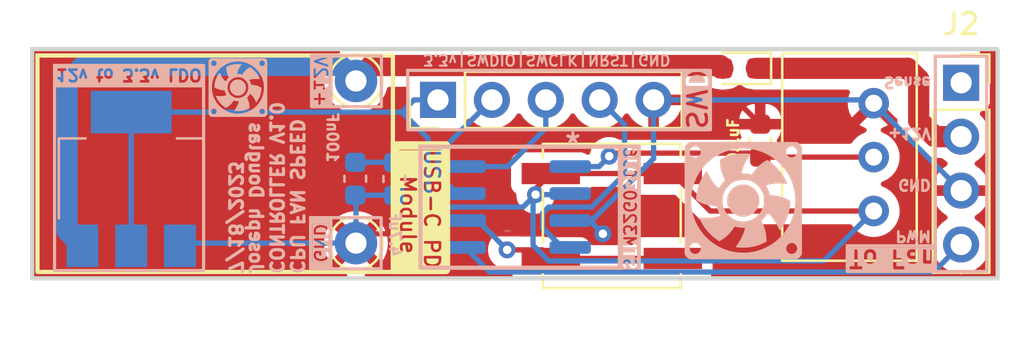
<source format=kicad_pcb>
(kicad_pcb (version 20221018) (generator pcbnew)
  (layers (0 "F.Cu" signal) (31 "B.Cu" signal) (34 "B.Paste" user) (35 "F.Paste" user) (36 "B.SilkS" user "B.Silkscreen") (37 "F.SilkS" user "F.Silkscreen") (38 "B.Mask" user) (39 "F.Mask" user) (44 "Edge.Cuts" user))
  (net 0 "")
  (net 1 "+3.3V")
  (net 2 "SWDIO")
  (net 3 "SWCLK")
  (net 4 "NRST")
  (net 5 "GND")
  (net 6 "Net-(U1-PC14{slash}PB7{slash}PB8{slash}PB9)")
  (net 7 "Net-(U1-PA12{slash}PA10)")
  (net 8 "PWM")
  (net 9 "Sense")
  (net 10 "+12V")
  (net 11 "Net-(D1-K)")
  (footprint "Connector_Pin:Pin_D1.0mm_L10.0mm" (layer "F.Cu") (at 175.26 93.141324)
    (fp_text reference "J3" hide)
    (fp_text value "Conn_01x01_Socket")
    (pad "1" thru_hole circle (at 0 0) (size 2 2) (drill 1) (layers "*.Cu" "*.Mask") (net 5 "GND"))
  )
  (footprint "Potentiometer_THT:Potentiometer_Bourns_3299W_Vertical" (layer "F.Cu") (at 199.658541 91.627795 -90)
    (fp_text reference "RV1" hide)
    (fp_text value "R_Potentiometer")
    (pad "1" thru_hole circle (at 0 0 270) (size 1.44 1.44) (drill 0.8) (layers "*.Cu" "*.Mask") (net 1 "+3.3V"))
    (pad "2" thru_hole circle (at -2.54 0 270) (size 1.44 1.44) (drill 0.8) (layers "*.Cu" "*.Mask") (net 6 "Net-(U1-PC14{slash}PB7{slash}PB8{slash}PB9)"))
    (pad "3" thru_hole circle (at -5.08 0 270) (size 1.44 1.44) (drill 0.8) (layers "*.Cu" "*.Mask") (net 5 "GND"))
  )
  (footprint "Button_Switch_SMD:SW_SPST_B3SL-1002P" (layer "F.Cu") (at 187.316892 91.863134 180)
    (fp_text reference "SW1" hide)
    (fp_text value "SW_Push")
    (pad "1" smd rect (at -2.875 -2 180) (size 2.75 1) (layers "F.Cu" "F.Paste" "F.Mask") (net 7 "Net-(U1-PA12{slash}PA10)"))
    (pad "1" smd rect (at 2.875 -2 180) (size 2.75 1) (layers "F.Cu" "F.Paste" "F.Mask") (net 7 "Net-(U1-PA12{slash}PA10)"))
    (pad "2" smd rect (at -2.875 2 180) (size 2.75 1) (layers "F.Cu" "F.Paste" "F.Mask") (net 1 "+3.3V"))
    (pad "2" smd rect (at 2.875 2 180) (size 2.75 1) (layers "F.Cu" "F.Paste" "F.Mask") (net 1 "+3.3V"))
  )
  (footprint "Connector_Pin:Pin_D1.0mm_L10.0mm" (layer "F.Cu") (at 175.26 85.498104)
    (fp_text reference "J4" hide)
    (fp_text value "Conn_01x01_Socket")
    (pad "1" thru_hole circle (at 0 0) (size 2 2) (drill 1) (layers "*.Cu" "*.Mask") (net 10 "+12V"))
  )
  (footprint "Diode_SMD:D_0603_1608Metric" (layer "F.Cu") (at 193.341413 84.903608 180)
    (fp_text reference "D1" hide)
    (fp_text value "D_Schottky")
    (pad "1" smd roundrect (at -0.7875 0 180) (size 0.875 0.95) (layers "F.Cu" "F.Paste" "F.Mask") (net 11 "Net-(D1-K)"))
    (pad "2" smd roundrect (at 0.7875 0 180) (size 0.875 0.95) (layers "F.Cu" "F.Paste" "F.Mask") (net 10 "+12V"))
  )
  (footprint "Connector_PinHeader_2.54mm:PinHeader_1x05_P2.54mm_Vertical" (layer "F.Cu") (at 179.126176 86.390987 90)
    (fp_text reference "J1" hide)
    (fp_text value "Conn_01x05_Pin" hide)
    (pad "1" thru_hole rect (at 0 0 90) (size 1.7 1.7) (drill 1) (layers "*.Cu" "*.Mask") (net 1 "+3.3V"))
    (pad "2" thru_hole oval (at 0 2.54 90) (size 1.7 1.7) (drill 1) (layers "*.Cu" "*.Mask") (net 2 "SWDIO"))
    (pad "3" thru_hole oval (at 0 5.08 90) (size 1.7 1.7) (drill 1) (layers "*.Cu" "*.Mask") (net 3 "SWCLK"))
    (pad "4" thru_hole oval (at 0 7.62 90) (size 1.7 1.7) (drill 1) (layers "*.Cu" "*.Mask") (net 4 "NRST"))
    (pad "5" thru_hole oval (at 0 10.16 90) (size 1.7 1.7) (drill 1) (layers "*.Cu" "*.Mask") (net 5 "GND"))
  )
  (footprint "Capacitor_SMD:C_0603_1608Metric" (layer "F.Cu") (at 194.310468 88.31157 90)
    (fp_text reference "C1" hide)
    (fp_text value "0.1uF" (at 0 -1.270468 90) (layer "F.SilkS") (effects (font (size 0.5 0.5) (thickness 0.125))))
    (pad "1" smd roundrect (at -0.775 0 90) (size 0.9 0.95) (layers "F.Cu" "F.Paste" "F.Mask") (net 6 "Net-(U1-PC14{slash}PB7{slash}PB8{slash}PB9)"))
    (pad "2" smd roundrect (at 0.775 0 90) (size 0.9 0.95) (layers "F.Cu" "F.Paste" "F.Mask") (net 5 "GND"))
  )
  (footprint "Connector_PinSocket_2.54mm:PinSocket_1x04_P2.54mm_Vertical" (layer "F.Cu") (at 203.779816 85.585324)
    (fp_text reference "J2" (at 0 -2.77) (layer "F.SilkS"))
    (fp_text value "Conn_01x04_Socket" hide)
    (pad "1" thru_hole rect (at 0 0) (size 1.7 1.7) (drill 1) (layers "*.Cu" "*.Mask") (net 9 "Sense"))
    (pad "2" thru_hole oval (at 0 2.54) (size 1.7 1.7) (drill 1) (layers "*.Cu" "*.Mask") (net 11 "Net-(D1-K)"))
    (pad "3" thru_hole oval (at 0 5.08) (size 1.7 1.7) (drill 1) (layers "*.Cu" "*.Mask") (net 5 "GND"))
    (pad "4" thru_hole oval (at 0 7.62) (size 1.7 1.7) (drill 1) (layers "*.Cu" "*.Mask") (net 8 "PWM"))
  )
  (footprint "LOGO" (layer "B.Cu") (at 169.696512 85.809824 180)
    (fp_text reference "G***" hide)
    (fp_text value "LOGO" hide)
  )
  (footprint "Capacitor_SMD:C_0603_1608Metric" (layer "B.Cu") (at 175.227266 90.109257 -90)
    (fp_text reference "C2" hide)
    (fp_text value "100nF" (at -1.942825 1.078732 -90 unlocked) (layer "B.SilkS") (effects (font (size 0.5 0.5) (thickness 0.125) bold) (justify mirror)))
    (pad "1" smd roundrect (at -0.775 0 270) (size 0.9 0.95) (layers "B.Cu" "B.Paste" "B.Mask") (net 1 "+3.3V"))
    (pad "2" smd roundrect (at 0.775 0 270) (size 0.9 0.95) (layers "B.Cu" "B.Paste" "B.Mask") (net 5 "GND"))
  )
  (footprint "Capacitor_SMD:C_0603_1608Metric" (layer "B.Cu") (at 177.06583 90.119586 -90)
    (fp_text reference "C3" hide)
    (fp_text value "4.7uF" (at 2.603855 -0.033344 -90 unlocked) (layer "B.SilkS") (effects (font (size 0.5 0.5) (thickness 0.125)) (justify mirror)))
    (pad "1" smd roundrect (at -0.775 0 270) (size 0.9 0.95) (layers "B.Cu" "B.Paste" "B.Mask") (net 1 "+3.3V"))
    (pad "2" smd roundrect (at 0.775 0 270) (size 0.9 0.95) (layers "B.Cu" "B.Paste" "B.Mask") (net 5 "GND"))
  )
  (footprint "LOGO" (layer "B.Cu") (at 193.51244 91.136523 180)
    (fp_text reference "G***" hide)
    (fp_text value "LOGO" hide)
  )
  (footprint "Package_TO_SOT_SMD:SOT-223-3_TabPin2" (layer "B.Cu") (at 164.668111 90.117857 90)
    (fp_text reference "U2" hide)
    (fp_text value "LD1117S33TR_SOT223")
    (pad "1" smd rect (at -3.15 2.3 90) (size 2 1.5) (layers "B.Cu" "B.Paste" "B.Mask") (net 5 "GND"))
    (pad "2" smd rect (at -3.15 0 90) (size 2 1.5) (layers "B.Cu" "B.Paste" "B.Mask") (net 1 "+3.3V"))
    (pad "2" smd rect (at 3.15 0 90) (size 2 3.8) (layers "B.Cu" "B.Paste" "B.Mask") (net 1 "+3.3V"))
    (pad "3" smd rect (at -3.15 -2.3 90) (size 2 1.5) (layers "B.Cu" "B.Paste" "B.Mask") (net 10 "+12V"))
  )
  (footprint "Package_SO:SOIC-8_3.9x4.9mm_P1.27mm" (layer "B.Cu") (at 182.88 91.44 180)
    (fp_text reference "U1" hide)
    (fp_text value "STM32G030J6Mx")
    (fp_text user "*" (at -3.08246 2.364571 unlocked) (layer "B.SilkS") (effects (justify left bottom mirror)))
    (pad "1" smd roundrect (at -2.475 1.905 180) (size 1.95 0.6) (layers "B.Cu" "B.Paste" "B.Mask") (net 6 "Net-(U1-PC14{slash}PB7{slash}PB8{slash}PB9)"))
    (pad "2" smd roundrect (at -2.475 0.635 180) (size 1.95 0.6) (layers "B.Cu" "B.Paste" "B.Mask") (net 1 "+3.3V"))
    (pad "3" smd roundrect (at -2.475 -0.635 180) (size 1.95 0.6) (layers "B.Cu" "B.Paste" "B.Mask") (net 5 "GND"))
    (pad "4" smd roundrect (at -2.475 -1.905 180) (size 1.95 0.6) (layers "B.Cu" "B.Paste" "B.Mask") (net 4 "NRST"))
    (pad "5" smd roundrect (at 2.475 -1.905 180) (size 1.95 0.6) (layers "B.Cu" "B.Paste" "B.Mask") (net 8 "PWM"))
    (pad "6" smd roundrect (at 2.475 -0.635 180) (size 1.95 0.6) (layers "B.Cu" "B.Paste" "B.Mask") (net 7 "Net-(U1-PA12{slash}PA10)"))
    (pad "7" smd roundrect (at 2.475 0.635 180) (size 1.95 0.6) (layers "B.Cu" "B.Paste" "B.Mask") (net 2 "SWDIO"))
    (pad "8" smd roundrect (at 2.475 1.905 180) (size 1.95 0.6) (layers "B.Cu" "B.Paste" "B.Mask") (net 3 "SWCLK"))
  )
  (gr_rect (start 190.7 85) (end 191.965106 87.800379) (stroke (width 0.15)) (fill none) (layer "B.SilkS"))
  (gr_rect (start 174.083105 84.301433) (end 176.456948 86.712367) (stroke (width 0.15)) (fill none) (layer "B.SilkS"))
  (gr_rect (start 173.121822 91.939921) (end 174.073078 94.353174) (stroke (width 0.15)) (fill none) (layer "B.SilkS"))
  (gr_rect (start 177.7 85) (end 190.7 87.8) (stroke (width 0.15)) (fill none) (layer "B.SilkS"))
  (gr_rect (start 161.054265 84.766899) (end 168.078727 85.721208) (stroke (width 0.15)) (fill none) (layer "B.SilkS"))
  (gr_rect (start 173.165096 84.302187) (end 174.083105 86.712367) (stroke (width 0.15)) (fill none) (layer "B.SilkS"))
  (gr_rect (start 173.169216 94.131179) (end 173.987285 94.242453) (stroke (width 0.15)) (fill none) (layer "B.SilkS"))
  (gr_rect (start 202.565565 84.332381) (end 204.985772 94.477603) (stroke (width 0.15)) (fill none) (layer "B.SilkS"))
  (gr_line (start 187.7 88.575) (end 188.6 88.575) (stroke (width 0.15)) (layer "B.SilkS"))
  (gr_line (start 187.6 94.3) (end 187.8 94.3) (stroke (width 0.2)) (layer "B.SilkS"))
  (gr_line (start 188.61 88.575) (end 188.61 94.33) (stroke (width 0.15)) (layer "B.SilkS"))
  (gr_rect (start 178.3 88.6) (end 187.7 94.3) (stroke (width 0.2)) (fill none) (layer "B.SilkS"))
  (gr_rect (start 173.121822 92.045824) (end 173.939891 92.157098) (stroke (width 0.15)) (fill none) (layer "B.SilkS"))
  (gr_rect (start 174.073078 91.939921) (end 176.446921 94.350855) (stroke (width 0.15)) (fill none) (layer "B.SilkS"))
  (gr_rect (start 161.054265 85.721208) (end 168.078727 94.435098) (stroke (width 0.15)) (fill none) (layer "B.SilkS"))
  (gr_rect (start 198.413916 93.267023) (end 202.565565 94.477603) (stroke (width 0.15)) (fill none) (layer "B.SilkS"))
  (gr_rect (start 160.25 84.3) (end 177 94.5) (stroke (width 0.2)) (fill none) (layer "F.SilkS"))
  (gr_rect (start 177.1 88.54) (end 179.5 94.405) (stroke (width 0.4)) (fill none) (layer "F.SilkS"))
  (gr_rect (start 160 84) (end 205.5 94.8) (stroke (width 0.2)) (fill none) (layer "Edge.Cuts"))
  (gr_text "GND" (at 173.239278 94.120122 -90) (layer "B.SilkS" knockout) (effects (font (size 0.6 0.6) (thickness 0.1) bold) (justify left bottom mirror)))
  (gr_text "12v to 3.3v LDO" (at 161.062307 84.892865 180) (layer "B.SilkS" knockout) (effects (font (size 0.55 0.55) (thickness 0.125)) (justify left bottom mirror)))
  (gr_text "3.3v|SWDIO|SWCLK|NRST|GND" (at 178.368017 84.211023 180) (layer "B.SilkS") (effects (font (size 0.5 0.5) (thickness 0.1) bold) (justify left bottom mirror)))
  (gr_text "SWD" (at 191.81468 87.853201 -90) (layer "B.SilkS" knockout) (effects (font (size 0.9 0.9) (thickness 0.15) bold) (justify left top mirror)))
  (gr_text "To Fan" (at 198.420851 93.398903 180) (layer "B.SilkS" knockout) (effects (font (size 0.8 0.8)) (justify left bottom mirror)))
  (gr_text "STM32G030J6" (at 188.479278 94.445701 -90) (layer "B.SilkS" knockout) (effects (font (size 0.56 0.56) (thickness 0.1) bold) (justify left top mirror)))
  (gr_text "CPU FAN SPEED \nCONTROLLER V1.0\nJoseph Douglas \n7/18/2023" (at 169.229696 94.662647 -90) (layer "B.SilkS") (effects (font (size 0.6 0.6)) (justify left bottom mirror)))
  (gr_text "+12V" (at 173.23653 86.783115 -90) (layer "B.SilkS" knockout) (effects (font (size 0.6 0.6) (thickness 0.1) bold) (justify left bottom mirror)))
  (gr_text "PWM\n\n\nGND\n\n\n+12V\n\n\nSense" (at 202.426472 85.272818 180) (layer "B.SilkS") (effects (font (size 0.5 0.5) (thickness 0.125)) (justify right bottom mirror)))
  (gr_text "USB-C PD\n Module" (at 177.3 91.538178 270) (layer "F.SilkS" knockout) (effects (font (size 0.7 0.7) (thickness 0.125)) (justify bottom)))
  (segment (start 183.723162 90.581864) (end 184.441892 89.863134) (width 0.25) (layer "F.Cu") (net 1))
  (segment (start 190.191892 89.863134) (end 191.956553 91.627795) (width 0.25) (layer "F.Cu") (net 1))
  (segment (start 183.723162 90.854628) (end 183.723162 90.581864) (width 0.25) (layer "F.Cu") (net 1))
  (segment (start 184.441892 89.863134) (end 190.191892 89.863134) (width 0.25) (layer "F.Cu") (net 1))
  (segment (start 191.956553 91.627795) (end 199.658541 91.627795) (width 0.25) (layer "F.Cu") (net 1))
  (via (at 183.723162 90.854628) (size 0.8) (drill 0.4) (layers "F.Cu" "B.Cu") (net 1))
  (segment (start 178.655 88.200383) (end 177.422474 86.967857) (width 0.25) (layer "B.Cu") (net 1))
  (segment (start 183.13779 91.44) (end 183.723162 90.854628) (width 0.25) (layer "B.Cu") (net 1))
  (segment (start 177.422474 86.967857) (end 177.999344 86.390987) (width 0.25) (layer "B.Cu") (net 1))
  (segment (start 177.999344 86.390987) (end 179.126176 86.390987) (width 0.25) (layer "B.Cu") (net 1))
  (segment (start 177.06583 89.344586) (end 177.071086 89.33933) (width 0.25) (layer "B.Cu") (net 1))
  (segment (start 178.655 89.33933) (end 178.655 88.200383) (width 0.25) (layer "B.Cu") (net 1))
  (segment (start 183.605 90.97279) (end 183.723162 90.854628) (width 0.25) (layer "B.Cu") (net 1))
  (segment (start 175.227266 89.334257) (end 177.055501 89.334257) (width 0.25) (layer "B.Cu") (net 1))
  (segment (start 185.305372 90.854628) (end 185.355 90.805) (width 0.25) (layer "B.Cu") (net 1))
  (segment (start 183.605 93.241751) (end 183.605 90.97279) (width 0.25) (layer "B.Cu") (net 1))
  (segment (start 197.306336 93.98) (end 199.658541 91.627795) (width 0.25) (layer "B.Cu") (net 1))
  (segment (start 170.18 86.967857) (end 164.668111 86.967857) (width 0.25) (layer "B.Cu") (net 1))
  (segment (start 164.668111 86.967857) (end 164.668111 93.267857) (width 0.25) (layer "B.Cu") (net 1))
  (segment (start 184.343249 93.98) (end 197.306336 93.98) (width 0.25) (layer "B.Cu") (net 1))
  (segment (start 179.393249 91.44) (end 178.655 90.701751) (width 0.25) (layer "B.Cu") (net 1))
  (segment (start 177.071086 89.33933) (end 178.655 89.33933) (width 0.25) (layer "B.Cu") (net 1))
  (segment (start 178.655 90.701751) (end 178.655 89.33933) (width 0.25) (layer "B.Cu") (net 1))
  (segment (start 179.393249 91.44) (end 183.13779 91.44) (width 0.25) (layer "B.Cu") (net 1))
  (segment (start 183.723162 90.854628) (end 185.305372 90.854628) (width 0.25) (layer "B.Cu") (net 1))
  (segment (start 177.422474 86.967857) (end 170.18 86.967857) (width 0.25) (layer "B.Cu") (net 1))
  (segment (start 183.605 93.241751) (end 184.343249 93.98) (width 0.25) (layer "B.Cu") (net 1))
  (segment (start 180.405 90.805) (end 180.028249 90.805) (width 0.25) (layer "B.Cu") (net 2))
  (segment (start 180.028249 90.805) (end 179.105 89.881751) (width 0.25) (layer "B.Cu") (net 2))
  (segment (start 179.105 88.952163) (end 181.666176 86.390987) (width 0.25) (layer "B.Cu") (net 2))
  (segment (start 179.105 89.881751) (end 179.105 88.952163) (width 0.25) (layer "B.Cu") (net 2))
  (segment (start 184.206176 87.729207) (end 184.206176 86.390987) (width 0.25) (layer "B.Cu") (net 3))
  (segment (start 180.405 89.535) (end 182.400383 89.535) (width 0.25) (layer "B.Cu") (net 3))
  (segment (start 182.400383 89.535) (end 184.206176 87.729207) (width 0.25) (layer "B.Cu") (net 3))
  (segment (start 187.918779 88.744301) (end 187.91681 88.742332) (width 0.25) (layer "B.Cu") (net 4))
  (segment (start 185.355 93.345) (end 184.978249 93.345) (width 0.25) (layer "B.Cu") (net 4))
  (segment (start 187.91681 88.742332) (end 187.91681 87.561621) (width 0.25) (layer "B.Cu") (net 4))
  (segment (start 184.055 92.421751) (end 184.055 91.728249) (width 0.25) (layer "B.Cu") (net 4))
  (segment (start 184.978249 93.345) (end 184.055 92.421751) (width 0.25) (layer "B.Cu") (net 4))
  (segment (start 187.91681 87.561621) (end 186.746176 86.390987) (width 0.25) (layer "B.Cu") (net 4))
  (segment (start 184.343249 91.44) (end 186.366751 91.44) (width 0.25) (layer "B.Cu") (net 4))
  (segment (start 184.055 91.728249) (end 184.343249 91.44) (width 0.25) (layer "B.Cu") (net 4))
  (segment (start 187.918779 89.887972) (end 187.918779 88.744301) (width 0.25) (layer "B.Cu") (net 4))
  (segment (start 186.366751 91.44) (end 187.918779 89.887972) (width 0.25) (layer "B.Cu") (net 4))
  (segment (start 175.70019 92.701134) (end 175.26 93.141324) (width 0.25) (layer "F.Cu") (net 5))
  (segment (start 193.164885 86.390987) (end 189.286176 86.390987) (width 0.25) (layer "F.Cu") (net 5))
  (segment (start 194.310468 87.53657) (end 193.164885 86.390987) (width 0.25) (layer "F.Cu") (net 5))
  (segment (start 186.89652 92.701134) (end 175.70019 92.701134) (width 0.25) (layer "F.Cu") (net 5))
  (via (at 186.89652 92.701134) (size 0.8) (drill 0.4) (layers "F.Cu" "B.Cu") (net 5))
  (segment (start 189.286176 89.156971) (end 189.286176 86.390987) (width 0.25) (layer "B.Cu") (net 5))
  (segment (start 175.26 93.141324) (end 175.26 90.916991) (width 0.25) (layer "B.Cu") (net 5))
  (segment (start 189.286176 86.390987) (end 199.501733 86.390987) (width 0.25) (layer "B.Cu") (net 5))
  (segment (start 186.89652 92.701134) (end 186.368147 92.172761) (width 0.25) (layer "B.Cu") (net 5))
  (segment (start 167.094644 93.141324) (end 166.968111 93.267857) (width 0.25) (layer "B.Cu") (net 5))
  (segment (start 199.501733 86.390987) (end 199.658541 86.547795) (width 0.25) (layer "B.Cu") (net 5))
  (segment (start 203.77607 90.665324) (end 203.779816 90.665324) (width 0.25) (layer "B.Cu") (net 5))
  (segment (start 175.227266 90.884257) (end 177.055501 90.884257) (width 0.25) (layer "B.Cu") (net 5))
  (segment (start 186.368147 92.172761) (end 186.368147 92.075) (width 0.25) (layer "B.Cu") (net 5))
  (segment (start 186.368147 92.075) (end 189.286176 89.156971) (width 0.25) (layer "B.Cu") (net 5))
  (segment (start 175.26 93.141324) (end 170.18 93.141324) (width 0.25) (layer "B.Cu") (net 5))
  (segment (start 170.18 93.141324) (end 167.094644 93.141324) (width 0.25) (layer "B.Cu") (net 5))
  (segment (start 199.658541 86.547795) (end 203.77607 90.665324) (width 0.25) (layer "B.Cu") (net 5))
  (segment (start 185.355 92.075) (end 186.368147 92.075) (width 0.25) (layer "B.Cu") (net 5))
  (segment (start 187.338385 88.9) (end 194.123898 88.9) (width 0.25) (layer "F.Cu") (net 6))
  (segment (start 194.310468 89.08657) (end 194.311693 89.087795) (width 0.25) (layer "F.Cu") (net 6))
  (segment (start 194.311693 89.087795) (end 199.658541 89.087795) (width 0.25) (layer "F.Cu") (net 6))
  (segment (start 194.123898 88.9) (end 194.310468 89.08657) (width 0.25) (layer "F.Cu") (net 6))
  (segment (start 187.193779 89.044606) (end 187.338385 88.9) (width 0.25) (layer "F.Cu") (net 6))
  (via (at 187.193779 89.044606) (size 0.8) (drill 0.4) (layers "F.Cu" "B.Cu") (net 6))
  (segment (start 187.193779 89.054935) (end 186.713714 89.535) (width 0.25) (layer "B.Cu") (net 6))
  (segment (start 186.713714 89.535) (end 185.355 89.535) (width 0.25) (layer "B.Cu") (net 6))
  (segment (start 187.193779 89.044606) (end 187.193779 89.054935) (width 0.25) (layer "B.Cu") (net 6))
  (segment (start 184.441892 93.863134) (end 190.191892 93.863134) (width 0.25) (layer "F.Cu") (net 7))
  (segment (start 184.037031 93.458273) (end 184.441892 93.863134) (width 0.25) (layer "F.Cu") (net 7))
  (segment (start 182.383723 93.458273) (end 184.037031 93.458273) (width 0.25) (layer "F.Cu") (net 7))
  (via (at 182.383723 93.458273) (size 0.8) (drill 0.4) (layers "F.Cu" "B.Cu") (net 7))
  (segment (start 181.00045 92.075) (end 182.383723 93.458273) (width 0.25) (layer "B.Cu") (net 7))
  (segment (start 180.405 92.075) (end 181.00045 92.075) (width 0.25) (layer "B.Cu") (net 7))
  (segment (start 202.481962 94.503178) (end 203.779816 93.205324) (width 0.25) (layer "B.Cu") (net 8))
  (segment (start 181.563178 94.503178) (end 202.481962 94.503178) (width 0.25) (layer "B.Cu") (net 8))
  (segment (start 180.405 93.345) (end 181.563178 94.503178) (width 0.25) (layer "B.Cu") (net 8))
  (segment (start 175.985253 84.772851) (end 192.423156 84.772851) (width 1) (layer "F.Cu") (net 10))
  (segment (start 192.423156 84.772851) (end 192.553913 84.903608) (width 1) (layer "F.Cu") (net 10))
  (segment (start 175.26 85.498104) (end 175.985253 84.772851) (width 1) (layer "F.Cu") (net 10))
  (segment (start 174.523659 84.761763) (end 175.26 85.498104) (width 1) (layer "B.Cu") (net 10))
  (segment (start 161.645431 85.557011) (end 162.440679 84.761763) (width 1) (layer "B.Cu") (net 10))
  (segment (start 162.440679 84.761763) (end 174.523659 84.761763) (width 1) (layer "B.Cu") (net 10))
  (segment (start 162.368111 93.267857) (end 161.645431 92.545177) (width 1) (layer "B.Cu") (net 10))
  (segment (start 161.645431 92.545177) (end 161.645431 85.557011) (width 1) (layer "B.Cu") (net 10))
  (segment (start 201.780215 85.420059) (end 201.263764 84.903608) (width 1) (layer "F.Cu") (net 11))
  (segment (start 201.263764 84.903608) (end 194.128913 84.903608) (width 1) (layer "F.Cu") (net 11))
  (segment (start 203.779816 88.125324) (end 202.543626 88.125324) (width 1) (layer "F.Cu") (net 11))
  (segment (start 201.780215 87.361913) (end 201.780215 85.420059) (width 1) (layer "F.Cu") (net 11))
  (segment (start 202.543626 88.125324) (end 201.780215 87.361913) (width 1) (layer "F.Cu") (net 11))
  (zone (net 5) (net_name "GND") (layer "F.Cu") (connect_pads (clearance 0.5)) (min_thickness 0.25) (fill yes (thermal_gap 0.5) (thermal_bridge_width 0.5))
    (polygon (pts (xy 206.743349 82.095119) (xy 158.483349 82.095119) (xy 158.483349 97.335119) (xy 206.743349 97.335119)))
  )
)
</source>
